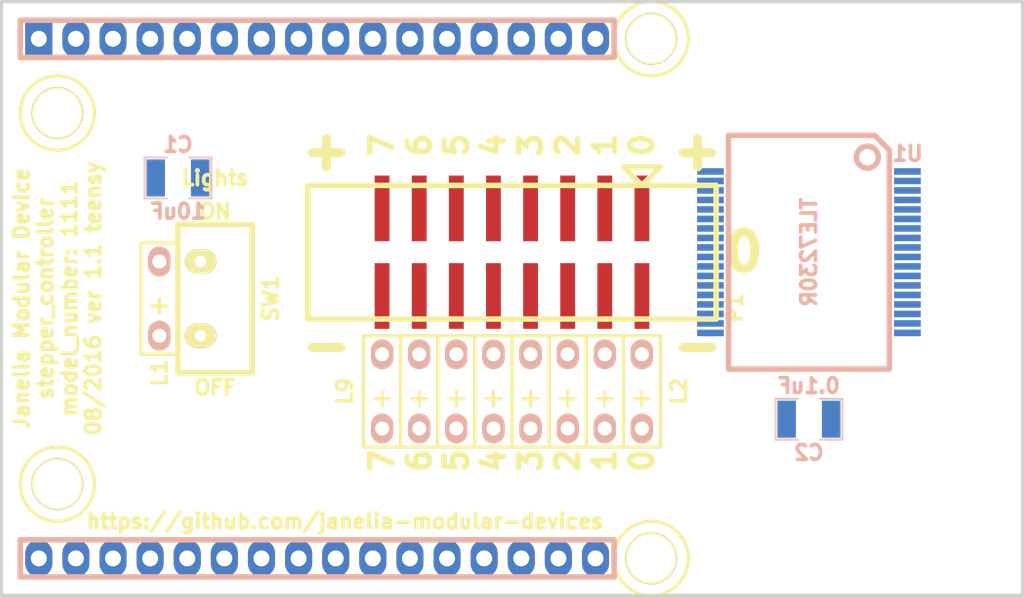
<source format=kicad_pcb>
(kicad_pcb (version 4) (host pcbnew 4.1.0-alpha+201608091232+7014~46~ubuntu16.04.1-product)

  (general
    (links 54)
    (no_connects 54)
    (area 73.291699 79.006699 143.878301 120.383301)
    (thickness 1.6)
    (drawings 28)
    (tracks 0)
    (zones 0)
    (modules 15)
    (nets 19)
  )

  (page A4)
  (title_block
    (title stepper_controller_teensy)
    (rev 1.0)
  )

  (layers
    (0 F.Cu signal)
    (31 B.Cu signal)
    (32 B.Adhes user)
    (33 F.Adhes user)
    (34 B.Paste user)
    (35 F.Paste user)
    (36 B.SilkS user)
    (37 F.SilkS user)
    (38 B.Mask user)
    (39 F.Mask user)
    (40 Dwgs.User user)
    (41 Cmts.User user)
    (42 Eco1.User user)
    (43 Eco2.User user)
    (44 Edge.Cuts user)
    (45 Margin user)
    (46 B.CrtYd user)
    (47 F.CrtYd user)
    (48 B.Fab user)
    (49 F.Fab user)
  )

  (setup
    (last_trace_width 0.254)
    (trace_clearance 0.0254)
    (zone_clearance 0.2032)
    (zone_45_only no)
    (trace_min 0.2)
    (segment_width 0.2)
    (edge_width 0.2286)
    (via_size 0.889)
    (via_drill 0.635)
    (via_min_size 0.4)
    (via_min_drill 0.3)
    (uvia_size 0.508)
    (uvia_drill 0.127)
    (uvias_allowed no)
    (uvia_min_size 0)
    (uvia_min_drill 0)
    (pcb_text_width 0.3)
    (pcb_text_size 1.5 1.5)
    (mod_edge_width 0.15)
    (mod_text_size 1 1)
    (mod_text_width 0.15)
    (pad_size 1.524 1.524)
    (pad_drill 0.762)
    (pad_to_mask_clearance 0.2)
    (aux_axis_origin 0 0)
    (visible_elements FFFFFF7F)
    (pcbplotparams
      (layerselection 0x000f0_ffffffff)
      (usegerberextensions true)
      (excludeedgelayer false)
      (linewidth 0.100000)
      (plotframeref false)
      (viasonmask false)
      (mode 1)
      (useauxorigin false)
      (hpglpennumber 1)
      (hpglpenspeed 20)
      (hpglpendiameter 15)
      (psnegative false)
      (psa4output false)
      (plotreference true)
      (plotvalue true)
      (plotinvisibletext false)
      (padsonsilk false)
      (subtractmaskfromsilk true)
      (outputformat 1)
      (mirror false)
      (drillshape 0)
      (scaleselection 1)
      (outputdirectory gerbers/))
  )

  (net 0 "")
  (net 1 GND)
  (net 2 VDD)
  (net 3 VEE)
  (net 4 /LED_PWR)
  (net 5 /OUT0)
  (net 6 /OUT1)
  (net 7 /OUT2)
  (net 8 /OUT3)
  (net 9 /OUT4)
  (net 10 /OUT5)
  (net 11 /OUT6)
  (net 12 /OUT7)
  (net 13 /RESET)
  (net 14 /PWM)
  (net 15 /CS)
  (net 16 /MOSI)
  (net 17 /MISO)
  (net 18 /SCK)

  (net_class Default "This is the default net class."
    (clearance 0.0254)
    (trace_width 0.254)
    (via_dia 0.889)
    (via_drill 0.635)
    (uvia_dia 0.508)
    (uvia_drill 0.127)
  )

  (net_class GND ""
    (clearance 0.1016)
    (trace_width 0.4064)
    (via_dia 0.889)
    (via_drill 0.635)
    (uvia_dia 0.508)
    (uvia_drill 0.127)
    (add_net GND)
  )

  (net_class LEDPOWER ""
    (clearance 0.254)
    (trace_width 0.508)
    (via_dia 0.889)
    (via_drill 0.635)
    (uvia_dia 0.508)
    (uvia_drill 0.127)
    (add_net /LED_PWR)
  )

  (net_class POWER ""
    (clearance 0.254)
    (trace_width 0.8128)
    (via_dia 0.889)
    (via_drill 0.635)
    (uvia_dia 0.508)
    (uvia_drill 0.127)
  )

  (net_class SIGNAL ""
    (clearance 0.1016)
    (trace_width 0.4064)
    (via_dia 0.889)
    (via_drill 0.635)
    (uvia_dia 0.508)
    (uvia_drill 0.127)
    (add_net /CS)
    (add_net /MISO)
    (add_net /MOSI)
    (add_net /OUT0)
    (add_net /OUT1)
    (add_net /OUT2)
    (add_net /OUT3)
    (add_net /OUT4)
    (add_net /OUT5)
    (add_net /OUT6)
    (add_net /OUT7)
    (add_net /PWM)
    (add_net /RESET)
    (add_net /SCK)
    (add_net VEE)
  )

  (net_class SUPERPOWER ""
    (clearance 0.254)
    (trace_width 1.016)
    (via_dia 0.889)
    (via_drill 0.635)
    (uvia_dia 0.508)
    (uvia_drill 0.127)
    (add_net VDD)
  )

  (module stepper_controller_teensy:SM1210 (layer B.Cu) (tedit 5481F170) (tstamp 5751D183)
    (at 85.725 91.44 180)
    (tags "CMS SM")
    (path /578FA17B)
    (attr smd)
    (fp_text reference C1 (at 0 2.286 180) (layer B.SilkS)
      (effects (font (size 1.016 1.016) (thickness 0.254)) (justify mirror))
    )
    (fp_text value 10uF (at 0 -2.286 180) (layer B.SilkS)
      (effects (font (size 1.016 1.016) (thickness 0.254)) (justify mirror))
    )
    (fp_line (start -0.762 1.397) (end -2.286 1.397) (layer B.SilkS) (width 0.127))
    (fp_line (start -2.286 1.397) (end -2.286 -1.397) (layer B.SilkS) (width 0.127))
    (fp_line (start -2.286 -1.397) (end -0.762 -1.397) (layer B.SilkS) (width 0.127))
    (fp_line (start 0.762 -1.397) (end 2.286 -1.397) (layer B.SilkS) (width 0.127))
    (fp_line (start 2.286 -1.397) (end 2.286 1.397) (layer B.SilkS) (width 0.127))
    (fp_line (start 2.286 1.397) (end 0.762 1.397) (layer B.SilkS) (width 0.127))
    (pad 1 smd rect (at -1.524 0 180) (size 1.27 2.54) (layers B.Cu B.Paste B.Mask)
      (net 2 VDD))
    (pad 2 smd rect (at 1.524 0 180) (size 1.27 2.54) (layers B.Cu B.Paste B.Mask)
      (net 1 GND))
    (model smd/chip_cms.wrl
      (at (xyz 0 0 0))
      (scale (xyz 0.17 0.2 0.17))
      (rotate (xyz 0 0 0))
    )
  )

  (module stepper_controller_teensy:SM1210 (layer B.Cu) (tedit 5481F170) (tstamp 5751D18F)
    (at 128.905 107.95)
    (tags "CMS SM")
    (path /578D3F4C)
    (attr smd)
    (fp_text reference C2 (at 0 2.286) (layer B.SilkS)
      (effects (font (size 1.016 1.016) (thickness 0.254)) (justify mirror))
    )
    (fp_text value 0.1uF (at 0 -2.286) (layer B.SilkS)
      (effects (font (size 1.016 1.016) (thickness 0.254)) (justify mirror))
    )
    (fp_line (start -0.762 1.397) (end -2.286 1.397) (layer B.SilkS) (width 0.127))
    (fp_line (start -2.286 1.397) (end -2.286 -1.397) (layer B.SilkS) (width 0.127))
    (fp_line (start -2.286 -1.397) (end -0.762 -1.397) (layer B.SilkS) (width 0.127))
    (fp_line (start 0.762 -1.397) (end 2.286 -1.397) (layer B.SilkS) (width 0.127))
    (fp_line (start 2.286 -1.397) (end 2.286 1.397) (layer B.SilkS) (width 0.127))
    (fp_line (start 2.286 1.397) (end 0.762 1.397) (layer B.SilkS) (width 0.127))
    (pad 1 smd rect (at -1.524 0) (size 1.27 2.54) (layers B.Cu B.Paste B.Mask)
      (net 3 VEE))
    (pad 2 smd rect (at 1.524 0) (size 1.27 2.54) (layers B.Cu B.Paste B.Mask)
      (net 1 GND))
    (model smd/chip_cms.wrl
      (at (xyz 0 0 0))
      (scale (xyz 0.17 0.2 0.17))
      (rotate (xyz 0 0 0))
    )
  )

  (module stepper_controller_teensy:LED_555-3XXX (layer F.Cu) (tedit 578FC60A) (tstamp 578F9934)
    (at 84.455 99.695 180)
    (path /578D4B9A)
    (fp_text reference L1 (at 0 -5.08 90) (layer F.SilkS)
      (effects (font (size 1.016 1.016) (thickness 0.254)))
    )
    (fp_text value LED_24V (at 0 4.826 180) (layer F.SilkS) hide
      (effects (font (size 1.016 1.016) (thickness 0.254)))
    )
    (fp_line (start -0.508 -0.508) (end 0.508 -0.508) (layer F.SilkS) (width 0.2286))
    (fp_line (start 0 0) (end 0 -1.016) (layer F.SilkS) (width 0.2286))
    (fp_line (start -1.27 -3.81) (end 1.27 -3.81) (layer F.SilkS) (width 0.2286))
    (fp_line (start 1.27 -3.81) (end 1.27 3.81) (layer F.SilkS) (width 0.2286))
    (fp_line (start 1.27 3.81) (end -1.27 3.81) (layer F.SilkS) (width 0.2286))
    (fp_line (start -1.27 3.81) (end -1.27 -3.81) (layer F.SilkS) (width 0.2286))
    (pad 1 thru_hole oval (at 0 -2.54 180) (size 1.524 2.032) (drill 0.9652) (layers *.Cu *.SilkS *.Mask)
      (net 4 /LED_PWR))
    (pad 2 thru_hole oval (at 0 2.54 180) (size 1.524 2.032) (drill 0.9652) (layers *.Cu *.SilkS *.Mask)
      (net 1 GND))
  )

  (module stepper_controller_teensy:LED_555-3XXX (layer F.Cu) (tedit 57A8CAF0) (tstamp 578F9940)
    (at 117.475 106.045 180)
    (path /578D474F)
    (fp_text reference L2 (at -2.54 0 90) (layer F.SilkS)
      (effects (font (size 1.016 1.016) (thickness 0.254)))
    )
    (fp_text value LED_24V (at 0 4.826 180) (layer F.SilkS) hide
      (effects (font (size 1.016 1.016) (thickness 0.254)))
    )
    (fp_line (start -0.508 -0.508) (end 0.508 -0.508) (layer F.SilkS) (width 0.2286))
    (fp_line (start 0 0) (end 0 -1.016) (layer F.SilkS) (width 0.2286))
    (fp_line (start -1.27 -3.81) (end 1.27 -3.81) (layer F.SilkS) (width 0.2286))
    (fp_line (start 1.27 -3.81) (end 1.27 3.81) (layer F.SilkS) (width 0.2286))
    (fp_line (start 1.27 3.81) (end -1.27 3.81) (layer F.SilkS) (width 0.2286))
    (fp_line (start -1.27 3.81) (end -1.27 -3.81) (layer F.SilkS) (width 0.2286))
    (pad 1 thru_hole oval (at 0 -2.54 180) (size 1.524 2.032) (drill 0.9652) (layers *.Cu *.SilkS *.Mask)
      (net 4 /LED_PWR))
    (pad 2 thru_hole oval (at 0 2.54 180) (size 1.524 2.032) (drill 0.9652) (layers *.Cu *.SilkS *.Mask)
      (net 5 /OUT0))
  )

  (module stepper_controller_teensy:LED_555-3XXX (layer F.Cu) (tedit 578FC2D0) (tstamp 578F994C)
    (at 114.935 106.045 180)
    (path /578D495D)
    (fp_text reference L3 (at 0 -5.842 270) (layer F.SilkS) hide
      (effects (font (size 1.016 1.016) (thickness 0.254)))
    )
    (fp_text value LED_24V (at 0 4.826 180) (layer F.SilkS) hide
      (effects (font (size 1.016 1.016) (thickness 0.254)))
    )
    (fp_line (start -0.508 -0.508) (end 0.508 -0.508) (layer F.SilkS) (width 0.2286))
    (fp_line (start 0 0) (end 0 -1.016) (layer F.SilkS) (width 0.2286))
    (fp_line (start -1.27 -3.81) (end 1.27 -3.81) (layer F.SilkS) (width 0.2286))
    (fp_line (start 1.27 -3.81) (end 1.27 3.81) (layer F.SilkS) (width 0.2286))
    (fp_line (start 1.27 3.81) (end -1.27 3.81) (layer F.SilkS) (width 0.2286))
    (fp_line (start -1.27 3.81) (end -1.27 -3.81) (layer F.SilkS) (width 0.2286))
    (pad 1 thru_hole oval (at 0 -2.54 180) (size 1.524 2.032) (drill 0.9652) (layers *.Cu *.SilkS *.Mask)
      (net 4 /LED_PWR))
    (pad 2 thru_hole oval (at 0 2.54 180) (size 1.524 2.032) (drill 0.9652) (layers *.Cu *.SilkS *.Mask)
      (net 6 /OUT1))
  )

  (module stepper_controller_teensy:LED_555-3XXX (layer F.Cu) (tedit 578FC2D6) (tstamp 578F9958)
    (at 112.395 106.045 180)
    (path /578D49BB)
    (fp_text reference L4 (at 0 -5.842 270) (layer F.SilkS) hide
      (effects (font (size 1.016 1.016) (thickness 0.254)))
    )
    (fp_text value LED_24V (at 0 4.826 180) (layer F.SilkS) hide
      (effects (font (size 1.016 1.016) (thickness 0.254)))
    )
    (fp_line (start -0.508 -0.508) (end 0.508 -0.508) (layer F.SilkS) (width 0.2286))
    (fp_line (start 0 0) (end 0 -1.016) (layer F.SilkS) (width 0.2286))
    (fp_line (start -1.27 -3.81) (end 1.27 -3.81) (layer F.SilkS) (width 0.2286))
    (fp_line (start 1.27 -3.81) (end 1.27 3.81) (layer F.SilkS) (width 0.2286))
    (fp_line (start 1.27 3.81) (end -1.27 3.81) (layer F.SilkS) (width 0.2286))
    (fp_line (start -1.27 3.81) (end -1.27 -3.81) (layer F.SilkS) (width 0.2286))
    (pad 1 thru_hole oval (at 0 -2.54 180) (size 1.524 2.032) (drill 0.9652) (layers *.Cu *.SilkS *.Mask)
      (net 4 /LED_PWR))
    (pad 2 thru_hole oval (at 0 2.54 180) (size 1.524 2.032) (drill 0.9652) (layers *.Cu *.SilkS *.Mask)
      (net 7 /OUT2))
  )

  (module stepper_controller_teensy:LED_555-3XXX (layer F.Cu) (tedit 578FC2D9) (tstamp 578F9964)
    (at 109.855 106.045 180)
    (path /578D49F0)
    (fp_text reference L5 (at 0 -5.842 270) (layer F.SilkS) hide
      (effects (font (size 1.016 1.016) (thickness 0.254)))
    )
    (fp_text value LED_24V (at 0 4.826 180) (layer F.SilkS) hide
      (effects (font (size 1.016 1.016) (thickness 0.254)))
    )
    (fp_line (start -0.508 -0.508) (end 0.508 -0.508) (layer F.SilkS) (width 0.2286))
    (fp_line (start 0 0) (end 0 -1.016) (layer F.SilkS) (width 0.2286))
    (fp_line (start -1.27 -3.81) (end 1.27 -3.81) (layer F.SilkS) (width 0.2286))
    (fp_line (start 1.27 -3.81) (end 1.27 3.81) (layer F.SilkS) (width 0.2286))
    (fp_line (start 1.27 3.81) (end -1.27 3.81) (layer F.SilkS) (width 0.2286))
    (fp_line (start -1.27 3.81) (end -1.27 -3.81) (layer F.SilkS) (width 0.2286))
    (pad 1 thru_hole oval (at 0 -2.54 180) (size 1.524 2.032) (drill 0.9652) (layers *.Cu *.SilkS *.Mask)
      (net 4 /LED_PWR))
    (pad 2 thru_hole oval (at 0 2.54 180) (size 1.524 2.032) (drill 0.9652) (layers *.Cu *.SilkS *.Mask)
      (net 8 /OUT3))
  )

  (module stepper_controller_teensy:LED_555-3XXX (layer F.Cu) (tedit 578FC2DD) (tstamp 578F9970)
    (at 107.315 106.045 180)
    (path /578D4A30)
    (fp_text reference L6 (at 0 -5.842 270) (layer F.SilkS) hide
      (effects (font (size 1.016 1.016) (thickness 0.254)))
    )
    (fp_text value LED_24V (at 0 4.826 180) (layer F.SilkS) hide
      (effects (font (size 1.016 1.016) (thickness 0.254)))
    )
    (fp_line (start -0.508 -0.508) (end 0.508 -0.508) (layer F.SilkS) (width 0.2286))
    (fp_line (start 0 0) (end 0 -1.016) (layer F.SilkS) (width 0.2286))
    (fp_line (start -1.27 -3.81) (end 1.27 -3.81) (layer F.SilkS) (width 0.2286))
    (fp_line (start 1.27 -3.81) (end 1.27 3.81) (layer F.SilkS) (width 0.2286))
    (fp_line (start 1.27 3.81) (end -1.27 3.81) (layer F.SilkS) (width 0.2286))
    (fp_line (start -1.27 3.81) (end -1.27 -3.81) (layer F.SilkS) (width 0.2286))
    (pad 1 thru_hole oval (at 0 -2.54 180) (size 1.524 2.032) (drill 0.9652) (layers *.Cu *.SilkS *.Mask)
      (net 4 /LED_PWR))
    (pad 2 thru_hole oval (at 0 2.54 180) (size 1.524 2.032) (drill 0.9652) (layers *.Cu *.SilkS *.Mask)
      (net 9 /OUT4))
  )

  (module stepper_controller_teensy:LED_555-3XXX (layer F.Cu) (tedit 578FC2E2) (tstamp 578F997C)
    (at 104.775 106.045 180)
    (path /578D4A73)
    (fp_text reference L7 (at 0 -5.842 270) (layer F.SilkS) hide
      (effects (font (size 1.016 1.016) (thickness 0.254)))
    )
    (fp_text value LED_24V (at 0 4.826 180) (layer F.SilkS) hide
      (effects (font (size 1.016 1.016) (thickness 0.254)))
    )
    (fp_line (start -0.508 -0.508) (end 0.508 -0.508) (layer F.SilkS) (width 0.2286))
    (fp_line (start 0 0) (end 0 -1.016) (layer F.SilkS) (width 0.2286))
    (fp_line (start -1.27 -3.81) (end 1.27 -3.81) (layer F.SilkS) (width 0.2286))
    (fp_line (start 1.27 -3.81) (end 1.27 3.81) (layer F.SilkS) (width 0.2286))
    (fp_line (start 1.27 3.81) (end -1.27 3.81) (layer F.SilkS) (width 0.2286))
    (fp_line (start -1.27 3.81) (end -1.27 -3.81) (layer F.SilkS) (width 0.2286))
    (pad 1 thru_hole oval (at 0 -2.54 180) (size 1.524 2.032) (drill 0.9652) (layers *.Cu *.SilkS *.Mask)
      (net 4 /LED_PWR))
    (pad 2 thru_hole oval (at 0 2.54 180) (size 1.524 2.032) (drill 0.9652) (layers *.Cu *.SilkS *.Mask)
      (net 10 /OUT5))
  )

  (module stepper_controller_teensy:LED_555-3XXX (layer F.Cu) (tedit 578FC2E6) (tstamp 578F9988)
    (at 102.235 106.045 180)
    (path /578D4AB5)
    (fp_text reference L8 (at 0 -5.842 270) (layer F.SilkS) hide
      (effects (font (size 1.016 1.016) (thickness 0.254)))
    )
    (fp_text value LED_24V (at 0 4.826 180) (layer F.SilkS) hide
      (effects (font (size 1.016 1.016) (thickness 0.254)))
    )
    (fp_line (start -0.508 -0.508) (end 0.508 -0.508) (layer F.SilkS) (width 0.2286))
    (fp_line (start 0 0) (end 0 -1.016) (layer F.SilkS) (width 0.2286))
    (fp_line (start -1.27 -3.81) (end 1.27 -3.81) (layer F.SilkS) (width 0.2286))
    (fp_line (start 1.27 -3.81) (end 1.27 3.81) (layer F.SilkS) (width 0.2286))
    (fp_line (start 1.27 3.81) (end -1.27 3.81) (layer F.SilkS) (width 0.2286))
    (fp_line (start -1.27 3.81) (end -1.27 -3.81) (layer F.SilkS) (width 0.2286))
    (pad 1 thru_hole oval (at 0 -2.54 180) (size 1.524 2.032) (drill 0.9652) (layers *.Cu *.SilkS *.Mask)
      (net 4 /LED_PWR))
    (pad 2 thru_hole oval (at 0 2.54 180) (size 1.524 2.032) (drill 0.9652) (layers *.Cu *.SilkS *.Mask)
      (net 11 /OUT6))
  )

  (module stepper_controller_teensy:LED_555-3XXX (layer F.Cu) (tedit 578FC2CA) (tstamp 578F9994)
    (at 99.695 106.045 180)
    (path /578D4AF6)
    (fp_text reference L9 (at 2.54 0 90) (layer F.SilkS)
      (effects (font (size 1.016 1.016) (thickness 0.254)))
    )
    (fp_text value LED_24V (at 0 4.826 180) (layer F.SilkS) hide
      (effects (font (size 1.016 1.016) (thickness 0.254)))
    )
    (fp_line (start -0.508 -0.508) (end 0.508 -0.508) (layer F.SilkS) (width 0.2286))
    (fp_line (start 0 0) (end 0 -1.016) (layer F.SilkS) (width 0.2286))
    (fp_line (start -1.27 -3.81) (end 1.27 -3.81) (layer F.SilkS) (width 0.2286))
    (fp_line (start 1.27 -3.81) (end 1.27 3.81) (layer F.SilkS) (width 0.2286))
    (fp_line (start 1.27 3.81) (end -1.27 3.81) (layer F.SilkS) (width 0.2286))
    (fp_line (start -1.27 3.81) (end -1.27 -3.81) (layer F.SilkS) (width 0.2286))
    (pad 1 thru_hole oval (at 0 -2.54 180) (size 1.524 2.032) (drill 0.9652) (layers *.Cu *.SilkS *.Mask)
      (net 4 /LED_PWR))
    (pad 2 thru_hole oval (at 0 2.54 180) (size 1.524 2.032) (drill 0.9652) (layers *.Cu *.SilkS *.Mask)
      (net 12 /OUT7))
  )

  (module stepper_controller_teensy:HEADER_02x08_SMD (layer F.Cu) (tedit 578FC7D1) (tstamp 578F9995)
    (at 108.585 96.52)
    (path /578D30F0)
    (fp_text reference P1 (at 15.24 3.81 90) (layer F.SilkS)
      (effects (font (size 1.016 1.016) (thickness 0.254)))
    )
    (fp_text value HEADER_02X08_SMD (at 0 6.35) (layer F.SilkS) hide
      (effects (font (size 1.016 1.016) (thickness 0.254)))
    )
    (fp_line (start 13.97 -4.572) (end -13.97 -4.572) (layer F.SilkS) (width 0.381))
    (fp_line (start -13.97 -4.572) (end -13.97 4.572) (layer F.SilkS) (width 0.381))
    (fp_line (start -13.97 4.572) (end 13.97 4.572) (layer F.SilkS) (width 0.381))
    (fp_line (start 13.97 -4.572) (end 13.97 4.572) (layer F.SilkS) (width 0.381))
    (fp_line (start 8.89 -4.572) (end 10.16 -5.842) (layer F.SilkS) (width 0.381))
    (fp_line (start 10.16 -5.842) (end 7.62 -5.842) (layer F.SilkS) (width 0.381))
    (fp_line (start 7.62 -5.842) (end 8.89 -4.572) (layer F.SilkS) (width 0.381))
    (pad 1 smd rect (at 8.89 -2.9972) (size 1.016 4.4958) (layers F.Cu F.Paste F.Mask)
      (net 2 VDD))
    (pad 2 smd rect (at 8.89 2.9972) (size 1.016 4.4958) (layers F.Cu F.Paste F.Mask)
      (net 5 /OUT0))
    (pad 3 smd rect (at 6.35 -2.9972) (size 1.016 4.4958) (layers F.Cu F.Paste F.Mask)
      (net 2 VDD))
    (pad 4 smd rect (at 6.35 2.9972) (size 1.016 4.4958) (layers F.Cu F.Paste F.Mask)
      (net 6 /OUT1))
    (pad 5 smd rect (at 3.81 -2.9972) (size 1.016 4.4958) (layers F.Cu F.Paste F.Mask)
      (net 2 VDD))
    (pad 6 smd rect (at 3.81 2.9972) (size 1.016 4.4958) (layers F.Cu F.Paste F.Mask)
      (net 7 /OUT2))
    (pad 7 smd rect (at 1.27 -2.9972) (size 1.016 4.4958) (layers F.Cu F.Paste F.Mask)
      (net 2 VDD))
    (pad 8 smd rect (at 1.27 2.9972) (size 1.016 4.4958) (layers F.Cu F.Paste F.Mask)
      (net 8 /OUT3))
    (pad 9 smd rect (at -1.27 -2.9972) (size 1.016 4.4958) (layers F.Cu F.Paste F.Mask)
      (net 2 VDD))
    (pad 10 smd rect (at -1.27 2.9972) (size 1.016 4.4958) (layers F.Cu F.Paste F.Mask)
      (net 9 /OUT4))
    (pad 11 smd rect (at -3.81 -2.9972) (size 1.016 4.4958) (layers F.Cu F.Paste F.Mask)
      (net 2 VDD))
    (pad 12 smd rect (at -3.81 2.9972) (size 1.016 4.4958) (layers F.Cu F.Paste F.Mask)
      (net 10 /OUT5))
    (pad 13 smd rect (at -6.35 -2.9972) (size 1.016 4.4958) (layers F.Cu F.Paste F.Mask)
      (net 2 VDD))
    (pad 14 smd rect (at -6.35 2.9972) (size 1.016 4.4958) (layers F.Cu F.Paste F.Mask)
      (net 11 /OUT6))
    (pad 15 smd rect (at -8.89 -2.9972) (size 1.016 4.4958) (layers F.Cu F.Paste F.Mask)
      (net 2 VDD))
    (pad 16 smd rect (at -8.89 2.9972) (size 1.016 4.4958) (layers F.Cu F.Paste F.Mask)
      (net 12 /OUT7))
  )

  (module stepper_controller_teensy:SPST_SLIDE_AS (layer F.Cu) (tedit 57A8CC44) (tstamp 578F99AF)
    (at 88.265 99.695)
    (path /578D4BFB)
    (fp_text reference SW1 (at 3.81 0 90) (layer F.SilkS)
      (effects (font (size 1.016 1.016) (thickness 0.254)))
    )
    (fp_text value SPST_SLIDE_AS (at 3.81 0 90) (layer F.SilkS) hide
      (effects (font (size 1.016 1.016) (thickness 0.254)))
    )
    (fp_text user OFF (at 0 6.096) (layer F.SilkS)
      (effects (font (size 1.016 1.016) (thickness 0.254)))
    )
    (fp_text user ON (at 0 -5.969) (layer F.SilkS)
      (effects (font (size 1.016 1.016) (thickness 0.254)))
    )
    (fp_line (start -2.54 -5.08) (end 2.54 -5.08) (layer F.SilkS) (width 0.381))
    (fp_line (start 2.54 -5.08) (end 2.54 5.08) (layer F.SilkS) (width 0.381))
    (fp_line (start 2.54 5.08) (end -2.54 5.08) (layer F.SilkS) (width 0.381))
    (fp_line (start -2.54 5.08) (end -2.54 -5.08) (layer F.SilkS) (width 0.381))
    (pad 1 thru_hole oval (at -0.9906 -2.54) (size 2.159 1.651) (drill 0.7874) (layers *.Cu *.Mask F.SilkS)
      (net 2 VDD))
    (pad 3 thru_hole oval (at -0.9906 2.54) (size 2.159 1.651) (drill 0.7874) (layers *.Cu *.Mask F.SilkS)
      (net 4 /LED_PWR))
  )

  (module stepper_controller_teensy:PG-DSO-36 (layer B.Cu) (tedit 56D850C7) (tstamp 578F99E7)
    (at 128.905 96.52 270)
    (path /578D35FA)
    (fp_text reference U1 (at -6.75 -6.75 180) (layer B.SilkS)
      (effects (font (size 1.016 1.016) (thickness 0.254)) (justify mirror))
    )
    (fp_text value TLE7230R (at 0 0 90) (layer B.SilkS)
      (effects (font (size 1.016 1.016) (thickness 0.254)) (justify mirror))
    )
    (fp_circle (center -6.5 -4) (end -6.5 -3.25) (layer B.SilkS) (width 0.381))
    (fp_line (start -7 -5.5) (end 8 -5.5) (layer B.SilkS) (width 0.381))
    (fp_line (start 8 -5.5) (end 8 5.5) (layer B.SilkS) (width 0.381))
    (fp_line (start 8 5.5) (end -8 5.5) (layer B.SilkS) (width 0.381))
    (fp_line (start -8 5.5) (end -8 -4.5) (layer B.SilkS) (width 0.381))
    (fp_line (start -8 -4.5) (end -7 -5.5) (layer B.SilkS) (width 0.381))
    (pad 1 smd rect (at -5.525 -6.74 270) (size 0.45 1.83) (layers B.Cu B.Paste B.Mask)
      (net 1 GND) (solder_mask_margin 0.05) (clearance 0.05))
    (pad 2 smd rect (at -4.875 -6.74 270) (size 0.45 1.83) (layers B.Cu B.Paste B.Mask)
      (solder_mask_margin 0.05) (clearance 0.05))
    (pad 3 smd rect (at -4.225 -6.74 270) (size 0.45 1.83) (layers B.Cu B.Paste B.Mask)
      (solder_mask_margin 0.05) (clearance 0.05))
    (pad 4 smd rect (at -3.575 -6.74 270) (size 0.45 1.83) (layers B.Cu B.Paste B.Mask)
      (net 5 /OUT0) (solder_mask_margin 0.05) (clearance 0.05))
    (pad 5 smd rect (at -2.925 -6.74 270) (size 0.45 1.83) (layers B.Cu B.Paste B.Mask)
      (net 6 /OUT1) (solder_mask_margin 0.05) (clearance 0.05))
    (pad 6 smd rect (at -2.275 -6.74 270) (size 0.45 1.83) (layers B.Cu B.Paste B.Mask)
      (net 3 VEE) (solder_mask_margin 0.05) (clearance 0.05))
    (pad 7 smd rect (at -1.625 -6.74 270) (size 0.45 1.83) (layers B.Cu B.Paste B.Mask)
      (net 3 VEE) (solder_mask_margin 0.05) (clearance 0.05))
    (pad 8 smd rect (at -0.975 -6.74 270) (size 0.45 1.83) (layers B.Cu B.Paste B.Mask)
      (net 3 VEE) (solder_mask_margin 0.05) (clearance 0.05))
    (pad 9 smd rect (at -0.325 -6.74 270) (size 0.45 1.83) (layers B.Cu B.Paste B.Mask)
      (net 13 /RESET) (solder_mask_margin 0.05) (clearance 0.05))
    (pad 10 smd rect (at 0.325 -6.74 270) (size 0.45 1.83) (layers B.Cu B.Paste B.Mask)
      (net 15 /CS) (solder_mask_margin 0.05) (clearance 0.05))
    (pad 11 smd rect (at 0.975 -6.74 270) (size 0.45 1.83) (layers B.Cu B.Paste B.Mask)
      (solder_mask_margin 0.05) (clearance 0.05))
    (pad 12 smd rect (at 1.625 -6.74 270) (size 0.45 1.83) (layers B.Cu B.Paste B.Mask)
      (net 3 VEE) (solder_mask_margin 0.05) (clearance 0.05))
    (pad 13 smd rect (at 2.275 -6.74 270) (size 0.45 1.83) (layers B.Cu B.Paste B.Mask)
      (net 14 /PWM) (solder_mask_margin 0.05) (clearance 0.05))
    (pad 14 smd rect (at 2.925 -6.74 270) (size 0.45 1.83) (layers B.Cu B.Paste B.Mask)
      (net 7 /OUT2) (solder_mask_margin 0.05) (clearance 0.05))
    (pad 15 smd rect (at 3.575 -6.74 270) (size 0.45 1.83) (layers B.Cu B.Paste B.Mask)
      (net 8 /OUT3) (solder_mask_margin 0.05) (clearance 0.05))
    (pad 16 smd rect (at 4.225 -6.74 270) (size 0.45 1.83) (layers B.Cu B.Paste B.Mask)
      (solder_mask_margin 0.05) (clearance 0.05))
    (pad 17 smd rect (at 4.875 -6.74 270) (size 0.45 1.83) (layers B.Cu B.Paste B.Mask)
      (solder_mask_margin 0.05) (clearance 0.05))
    (pad 18 smd rect (at 5.525 -6.74 270) (size 0.45 1.83) (layers B.Cu B.Paste B.Mask)
      (net 1 GND) (solder_mask_margin 0.05) (clearance 0.05))
    (pad 19 smd rect (at 5.525 6.74 270) (size 0.45 1.83) (layers B.Cu B.Paste B.Mask)
      (net 1 GND) (solder_mask_margin 0.05) (clearance 0.05))
    (pad 20 smd rect (at 4.875 6.74 270) (size 0.45 1.83) (layers B.Cu B.Paste B.Mask)
      (solder_mask_margin 0.05) (clearance 0.05))
    (pad 21 smd rect (at 4.225 6.74 270) (size 0.45 1.83) (layers B.Cu B.Paste B.Mask)
      (solder_mask_margin 0.05) (clearance 0.05))
    (pad 22 smd rect (at 3.575 6.74 270) (size 0.45 1.83) (layers B.Cu B.Paste B.Mask)
      (net 9 /OUT4) (solder_mask_margin 0.05) (clearance 0.05))
    (pad 23 smd rect (at 2.925 6.74 270) (size 0.45 1.83) (layers B.Cu B.Paste B.Mask)
      (net 10 /OUT5) (solder_mask_margin 0.05) (clearance 0.05))
    (pad 24 smd rect (at 2.275 6.74 270) (size 0.45 1.83) (layers B.Cu B.Paste B.Mask)
      (solder_mask_margin 0.05) (clearance 0.05))
    (pad 25 smd rect (at 1.625 6.74 270) (size 0.45 1.83) (layers B.Cu B.Paste B.Mask)
      (net 3 VEE) (solder_mask_margin 0.05) (clearance 0.05))
    (pad 26 smd rect (at 0.975 6.74 270) (size 0.45 1.83) (layers B.Cu B.Paste B.Mask)
      (solder_mask_margin 0.05) (clearance 0.05))
    (pad 27 smd rect (at 0.325 6.74 270) (size 0.45 1.83) (layers B.Cu B.Paste B.Mask)
      (net 17 /MISO) (solder_mask_margin 0.05) (clearance 0.05))
    (pad 28 smd rect (at -0.325 6.74 270) (size 0.45 1.83) (layers B.Cu B.Paste B.Mask)
      (net 18 /SCK) (solder_mask_margin 0.05) (clearance 0.05))
    (pad 29 smd rect (at -0.975 6.74 270) (size 0.45 1.83) (layers B.Cu B.Paste B.Mask)
      (net 16 /MOSI) (solder_mask_margin 0.05) (clearance 0.05))
    (pad 30 smd rect (at -1.625 6.74 270) (size 0.45 1.83) (layers B.Cu B.Paste B.Mask)
      (solder_mask_margin 0.05) (clearance 0.05))
    (pad 31 smd rect (at -2.275 6.74 270) (size 0.45 1.83) (layers B.Cu B.Paste B.Mask)
      (solder_mask_margin 0.05) (clearance 0.05))
    (pad 32 smd rect (at -2.925 6.74 270) (size 0.45 1.83) (layers B.Cu B.Paste B.Mask)
      (net 11 /OUT6) (solder_mask_margin 0.05) (clearance 0.05))
    (pad 33 smd rect (at -3.575 6.74 270) (size 0.45 1.83) (layers B.Cu B.Paste B.Mask)
      (net 12 /OUT7) (solder_mask_margin 0.05) (clearance 0.05))
    (pad 34 smd rect (at -4.225 6.74 270) (size 0.45 1.83) (layers B.Cu B.Paste B.Mask)
      (solder_mask_margin 0.05) (clearance 0.05))
    (pad 35 smd rect (at -4.875 6.74 270) (size 0.45 1.83) (layers B.Cu B.Paste B.Mask)
      (solder_mask_margin 0.05) (clearance 0.05))
    (pad 36 smd rect (at -5.525 6.74 270) (size 0.45 1.83) (layers B.Cu B.Paste B.Mask)
      (net 1 GND) (solder_mask_margin 0.05) (clearance 0.05))
  )

  (module stepper_controller_teensy:MODULAR_DEVICE_TEENSY_MALE (layer F.Cu) (tedit 579923B4) (tstamp 57A8D02B)
    (at 95.25 99.695)
    (path /57A8C92C)
    (fp_text reference MDT1 (at 0 0) (layer F.SilkS) hide
      (effects (font (size 1.016 1.016) (thickness 0.254)))
    )
    (fp_text value MODULAR_DEVICE_TEENSY_MALE (at 0 2.54) (layer F.SilkS) hide
      (effects (font (thickness 0.3048)))
    )
    (fp_circle (center -17.78 -12.7) (end -15.24 -12.7) (layer F.SilkS) (width 0.2286))
    (fp_circle (center -17.78 12.7) (end -15.24 12.7) (layer F.SilkS) (width 0.2286))
    (fp_circle (center 22.86 17.78) (end 25.4 17.78) (layer F.SilkS) (width 0.2286))
    (fp_circle (center 22.86 -17.78) (end 25.4 -17.78) (layer F.SilkS) (width 0.2286))
    (fp_line (start -20.32 16.51) (end -20.32 19.05) (layer B.SilkS) (width 0.381))
    (fp_line (start -20.32 19.05) (end 20.32 19.05) (layer B.SilkS) (width 0.381))
    (fp_line (start 20.32 19.05) (end 20.32 16.51) (layer B.SilkS) (width 0.381))
    (fp_line (start 20.32 16.51) (end -20.32 16.51) (layer B.SilkS) (width 0.381))
    (fp_line (start -20.32 -19.05) (end -20.32 -16.51) (layer B.SilkS) (width 0.381))
    (fp_line (start -20.32 -16.51) (end 20.32 -16.51) (layer B.SilkS) (width 0.381))
    (fp_line (start 20.32 -16.51) (end 20.32 -19.05) (layer B.SilkS) (width 0.381))
    (fp_line (start 20.32 -19.05) (end -20.32 -19.05) (layer B.SilkS) (width 0.381))
    (fp_line (start -21.59 -20.32) (end -21.59 20.32) (layer F.Fab) (width 0.2286))
    (fp_line (start -21.59 20.32) (end 48.26 20.32) (layer F.Fab) (width 0.2286))
    (fp_line (start 48.26 20.32) (end 48.26 -20.32) (layer F.Fab) (width 0.2286))
    (fp_line (start 48.26 -20.32) (end -21.59 -20.32) (layer F.Fab) (width 0.2286))
    (pad GND thru_hole oval (at -16.51 -17.78) (size 1.8542 2.54) (drill 1.0922) (layers *.Cu *.Mask)
      (net 1 GND))
    (pad 24 thru_hole oval (at -13.97 -17.78) (size 1.8542 2.54) (drill 1.0922) (layers *.Cu *.Mask))
    (pad VDD thru_hole rect (at -19.05 -17.78) (size 1.8542 2.54) (drill 1.0922) (layers *.Cu *.Mask)
      (net 2 VDD))
    (pad 25 thru_hole oval (at -11.43 -17.78) (size 1.8542 2.54) (drill 1.0922) (layers *.Cu *.Mask))
    (pad 2 thru_hole oval (at -8.89 -17.78) (size 1.8542 2.54) (drill 1.0922) (layers *.Cu *.Mask)
      (net 13 /RESET))
    (pad 3 thru_hole oval (at -6.35 -17.78) (size 1.8542 2.54) (drill 1.0922) (layers *.Cu *.Mask)
      (net 14 /PWM))
    (pad 4 thru_hole oval (at -3.81 -17.78) (size 1.8542 2.54) (drill 1.0922) (layers *.Cu *.Mask))
    (pad 5 thru_hole oval (at -1.27 -17.78) (size 1.8542 2.54) (drill 1.0922) (layers *.Cu *.Mask))
    (pad 6 thru_hole oval (at 1.27 -17.78) (size 1.8542 2.54) (drill 1.0922) (layers *.Cu *.Mask))
    (pad 30 thru_hole oval (at 3.81 -17.78) (size 1.8542 2.54) (drill 1.0922) (layers *.Cu *.Mask))
    (pad 29 thru_hole oval (at 6.35 -17.78) (size 1.8542 2.54) (drill 1.0922) (layers *.Cu *.Mask))
    (pad 9 thru_hole oval (at 8.89 -17.78) (size 1.8542 2.54) (drill 1.0922) (layers *.Cu *.Mask))
    (pad 10 thru_hole oval (at 11.43 -17.78) (size 1.8542 2.54) (drill 1.0922) (layers *.Cu *.Mask)
      (net 15 /CS))
    (pad 11 thru_hole oval (at 13.97 -17.78) (size 1.8542 2.54) (drill 1.0922) (layers *.Cu *.Mask)
      (net 16 /MOSI))
    (pad 12 thru_hole oval (at 16.51 -17.78) (size 1.8542 2.54) (drill 1.0922) (layers *.Cu *.Mask)
      (net 17 /MISO))
    (pad 28 thru_hole oval (at 19.05 -17.78) (size 1.8542 2.54) (drill 1.0922) (layers *.Cu *.Mask))
    (pad DAC thru_hole oval (at 19.05 17.78) (size 1.8542 2.54) (drill 1.0922) (layers *.Cu *.Mask))
    (pad 13 thru_hole oval (at 16.51 17.78) (size 1.8542 2.54) (drill 1.0922) (layers *.Cu *.Mask)
      (net 18 /SCK))
    (pad 14 thru_hole oval (at 13.97 17.78) (size 1.8542 2.54) (drill 1.0922) (layers *.Cu *.Mask))
    (pad 15 thru_hole oval (at 11.43 17.78) (size 1.8542 2.54) (drill 1.0922) (layers *.Cu *.Mask))
    (pad 16 thru_hole oval (at 8.89 17.78) (size 1.8542 2.54) (drill 1.0922) (layers *.Cu *.Mask))
    (pad 17 thru_hole oval (at 6.35 17.78) (size 1.8542 2.54) (drill 1.0922) (layers *.Cu *.Mask))
    (pad 18 thru_hole oval (at 3.81 17.78) (size 1.8542 2.54) (drill 1.0922) (layers *.Cu *.Mask))
    (pad 19 thru_hole oval (at 1.27 17.78) (size 1.8542 2.54) (drill 1.0922) (layers *.Cu *.Mask))
    (pad 20 thru_hole oval (at -1.27 17.78) (size 1.8542 2.54) (drill 1.0922) (layers *.Cu *.Mask))
    (pad 21 thru_hole oval (at -3.81 17.78) (size 1.8542 2.54) (drill 1.0922) (layers *.Cu *.Mask))
    (pad 22 thru_hole oval (at -6.35 17.78) (size 1.8542 2.54) (drill 1.0922) (layers *.Cu *.Mask))
    (pad 23 thru_hole oval (at -8.89 17.78) (size 1.8542 2.54) (drill 1.0922) (layers *.Cu *.Mask))
    (pad 3V3 thru_hole oval (at -11.43 17.78) (size 1.8542 2.54) (drill 1.0922) (layers *.Cu *.Mask))
    (pad AGND thru_hole oval (at -13.97 17.78) (size 1.8542 2.54) (drill 1.0922) (layers *.Cu *.Mask))
    (pad VEE thru_hole oval (at -16.51 17.78) (size 1.8542 2.54) (drill 1.0922) (layers *.Cu *.Mask)
      (net 3 VEE))
    (pad AREF thru_hole oval (at -19.05 17.78) (size 1.8542 2.54) (drill 1.0922) (layers *.Cu *.Mask))
    (pad "" thru_hole circle (at -17.78 -12.7) (size 3.556 3.556) (drill 3.302) (layers *.Cu *.Mask F.SilkS))
    (pad "" thru_hole circle (at -17.78 12.7) (size 3.556 3.556) (drill 3.302) (layers *.Cu *.Mask F.SilkS))
    (pad "" thru_hole circle (at 22.86 17.78) (size 3.556 3.556) (drill 3.302) (layers *.Cu *.Mask F.SilkS))
    (pad "" thru_hole circle (at 22.86 -17.78) (size 3.556 3.556) (drill 3.302) (layers *.Cu *.Mask F.SilkS))
  )

  (gr_text 7 (at 99.695 111.76 90) (layer F.SilkS)
    (effects (font (thickness 0.381)) (justify left))
  )
  (gr_text 6 (at 102.235 111.76 90) (layer F.SilkS)
    (effects (font (thickness 0.381)) (justify left))
  )
  (gr_text 5 (at 104.775 111.76 90) (layer F.SilkS)
    (effects (font (thickness 0.381)) (justify left))
  )
  (gr_text 4 (at 107.315 111.76 90) (layer F.SilkS)
    (effects (font (thickness 0.381)) (justify left))
  )
  (gr_text 3 (at 109.855 111.76 90) (layer F.SilkS)
    (effects (font (thickness 0.381)) (justify left))
  )
  (gr_text 2 (at 112.395 111.76 90) (layer F.SilkS)
    (effects (font (thickness 0.381)) (justify left))
  )
  (gr_text 1 (at 114.935 111.76 90) (layer F.SilkS)
    (effects (font (thickness 0.381)) (justify left))
  )
  (gr_text 0 (at 117.475 111.76 90) (layer F.SilkS)
    (effects (font (thickness 0.381)) (justify left))
  )
  (gr_line (start 143.51 79.375) (end 73.66 79.375) (angle 90) (layer Edge.Cuts) (width 0.2286))
  (gr_line (start 143.51 120.015) (end 143.51 79.375) (angle 90) (layer Edge.Cuts) (width 0.2286))
  (gr_line (start 73.66 120.015) (end 143.51 120.015) (angle 90) (layer Edge.Cuts) (width 0.2286))
  (gr_line (start 73.66 79.375) (end 73.66 120.015) (angle 90) (layer Edge.Cuts) (width 0.2286))
  (gr_text 0 (at 124.46 96.52) (layer F.SilkS)
    (effects (font (size 2.54 2.54) (thickness 0.635)))
  )
  (gr_text https://github.com/janelia-modular-devices (at 97.155 114.935) (layer F.SilkS)
    (effects (font (size 1.016 1.016) (thickness 0.254)))
  )
  (gr_text - (at 121.285 102.87) (layer F.SilkS)
    (effects (font (size 2.54 2.54) (thickness 0.635)))
  )
  (gr_text - (at 95.885 102.87) (layer F.SilkS)
    (effects (font (size 2.54 2.54) (thickness 0.635)))
  )
  (gr_text + (at 95.885 89.535) (layer F.SilkS)
    (effects (font (size 2.54 2.54) (thickness 0.635)))
  )
  (gr_text + (at 121.285 89.535) (layer F.SilkS)
    (effects (font (size 2.54 2.54) (thickness 0.635)))
  )
  (gr_text Lights (at 88.265 91.44) (layer F.SilkS)
    (effects (font (size 1.016 1.016) (thickness 0.254)))
  )
  (gr_text 7 (at 99.695 90.17 90) (layer F.SilkS)
    (effects (font (thickness 0.381)) (justify left))
  )
  (gr_text 6 (at 102.235 90.17 90) (layer F.SilkS)
    (effects (font (thickness 0.381)) (justify left))
  )
  (gr_text 5 (at 104.775 90.17 90) (layer F.SilkS)
    (effects (font (thickness 0.381)) (justify left))
  )
  (gr_text 4 (at 107.315 90.17 90) (layer F.SilkS)
    (effects (font (thickness 0.381)) (justify left))
  )
  (gr_text 3 (at 109.855 90.17 90) (layer F.SilkS)
    (effects (font (thickness 0.381)) (justify left))
  )
  (gr_text 2 (at 112.395 90.17 90) (layer F.SilkS)
    (effects (font (thickness 0.381)) (justify left))
  )
  (gr_text 1 (at 114.935 90.17 90) (layer F.SilkS)
    (effects (font (thickness 0.381)) (justify left))
  )
  (gr_text 0 (at 117.475 90.17 90) (layer F.SilkS)
    (effects (font (thickness 0.381)) (justify left))
  )
  (gr_text "Janelia Modular Device\nstepper_controller\nmodel_number: 1111\n08/2016 ver 1.1 teensy" (at 77.47 99.695 90) (layer F.SilkS)
    (effects (font (size 1.016 1.016) (thickness 0.254)))
  )

)

</source>
